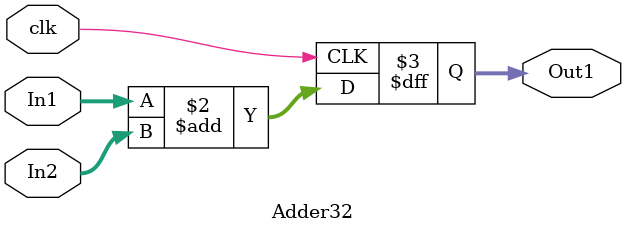
<source format=v>
module Adder32(In1,In2,Out1,clk);
	
	input [31:0] In1,In2;
	input clk;
	output[31:0] Out1;
	
	reg [31:0] Out1;
	
	always @ (posedge clk)
		Out1=In1+In2;
endmodule
</source>
